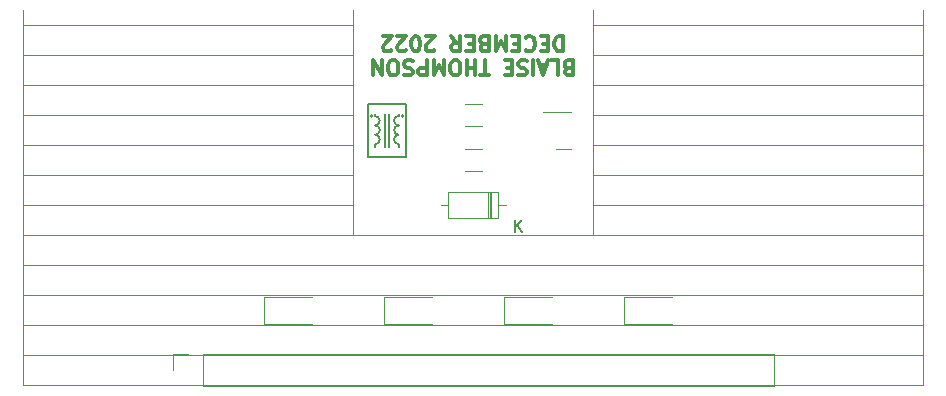
<source format=gbr>
From 21cf644a1123a6d4f2f9a294a118be31595e6011 Mon Sep 17 00:00:00 2001
From: Blaise Thompson <blaise@untzag.com>
Date: Mon, 28 Nov 2022 20:48:27 -0600
Subject: as ordered

---
 base/gerber/base-F_Silkscreen.gbr | 535 ++++++++++++++++++++++++++++++++++++++
 1 file changed, 535 insertions(+)
 create mode 100644 base/gerber/base-F_Silkscreen.gbr

(limited to 'base/gerber/base-F_Silkscreen.gbr')

diff --git a/base/gerber/base-F_Silkscreen.gbr b/base/gerber/base-F_Silkscreen.gbr
new file mode 100644
index 0000000..c7f8869
--- /dev/null
+++ b/base/gerber/base-F_Silkscreen.gbr
@@ -0,0 +1,535 @@
+%TF.GenerationSoftware,KiCad,Pcbnew,6.0.9+dfsg-1*%
+%TF.CreationDate,2022-11-28T19:22:20-06:00*%
+%TF.ProjectId,base,62617365-2e6b-4696-9361-645f70636258,A*%
+%TF.SameCoordinates,Original*%
+%TF.FileFunction,Legend,Top*%
+%TF.FilePolarity,Positive*%
+%FSLAX46Y46*%
+G04 Gerber Fmt 4.6, Leading zero omitted, Abs format (unit mm)*
+G04 Created by KiCad (PCBNEW 6.0.9+dfsg-1) date 2022-11-28 19:22:20*
+%MOMM*%
+%LPD*%
+G01*
+G04 APERTURE LIST*
+%ADD10C,0.120000*%
+%ADD11C,0.317500*%
+%ADD12C,0.150000*%
+G04 APERTURE END LIST*
+D10*
+X88900000Y-67310000D02*
+X116840000Y-67310000D01*
+X88900000Y-64770000D02*
+X116840000Y-64770000D01*
+X165100000Y-67310000D02*
+X137160000Y-67310000D01*
+X165100000Y-64770000D02*
+X165100000Y-67310000D01*
+X137160000Y-64770000D02*
+X165100000Y-64770000D01*
+X116840000Y-64770000D02*
+X116840000Y-69850000D01*
+X137160000Y-57150000D02*
+X137160000Y-69850000D01*
+X165100000Y-59690000D02*
+X137160000Y-59690000D01*
+X165100000Y-82550000D02*
+X165100000Y-50800000D01*
+X88900000Y-62230000D02*
+X116840000Y-62230000D01*
+X88900000Y-57150000D02*
+X116840000Y-57150000D01*
+X88900000Y-52070000D02*
+X116840000Y-52070000D01*
+X165100000Y-54610000D02*
+X137160000Y-54610000D01*
+X88900000Y-59690000D02*
+X116840000Y-59690000D01*
+X165100000Y-74930000D02*
+X88900000Y-74930000D01*
+X137160000Y-57150000D02*
+X137160000Y-50800000D01*
+X165100000Y-52070000D02*
+X137160000Y-52070000D01*
+X165100000Y-62230000D02*
+X137160000Y-62230000D01*
+X88900000Y-82550000D02*
+X165100000Y-82550000D01*
+X88900000Y-54610000D02*
+X116840000Y-54610000D01*
+X165100000Y-69850000D02*
+X88900000Y-69850000D01*
+X165100000Y-72390000D02*
+X88900000Y-72390000D01*
+X116840000Y-57150000D02*
+X116840000Y-50800000D01*
+X116840000Y-57150000D02*
+X116840000Y-64770000D01*
+X165100000Y-77470000D02*
+X88900000Y-77470000D01*
+X165100000Y-80010000D02*
+X88900000Y-80010000D01*
+X165100000Y-57150000D02*
+X137160000Y-57150000D01*
+X88900000Y-82550000D02*
+X88900000Y-50800000D01*
+D11*
+X135043333Y-55723064D02*
+X134861904Y-55662588D01*
+X134801428Y-55602111D01*
+X134740952Y-55481159D01*
+X134740952Y-55299730D01*
+X134801428Y-55178778D01*
+X134861904Y-55118302D01*
+X134982857Y-55057826D01*
+X135466666Y-55057826D01*
+X135466666Y-56327826D01*
+X135043333Y-56327826D01*
+X134922380Y-56267350D01*
+X134861904Y-56206873D01*
+X134801428Y-56085921D01*
+X134801428Y-55964969D01*
+X134861904Y-55844016D01*
+X134922380Y-55783540D01*
+X135043333Y-55723064D01*
+X135466666Y-55723064D01*
+X133591904Y-55057826D02*
+X134196666Y-55057826D01*
+X134196666Y-56327826D01*
+X133229047Y-55420683D02*
+X132624285Y-55420683D01*
+X133350000Y-55057826D02*
+X132926666Y-56327826D01*
+X132503333Y-55057826D01*
+X132080000Y-55057826D02*
+X132080000Y-56327826D01*
+X131535714Y-55118302D02*
+X131354285Y-55057826D01*
+X131051904Y-55057826D01*
+X130930952Y-55118302D01*
+X130870476Y-55178778D01*
+X130810000Y-55299730D01*
+X130810000Y-55420683D01*
+X130870476Y-55541635D01*
+X130930952Y-55602111D01*
+X131051904Y-55662588D01*
+X131293809Y-55723064D01*
+X131414761Y-55783540D01*
+X131475238Y-55844016D01*
+X131535714Y-55964969D01*
+X131535714Y-56085921D01*
+X131475238Y-56206873D01*
+X131414761Y-56267350D01*
+X131293809Y-56327826D01*
+X130991428Y-56327826D01*
+X130810000Y-56267350D01*
+X130265714Y-55723064D02*
+X129842380Y-55723064D01*
+X129660952Y-55057826D02*
+X130265714Y-55057826D01*
+X130265714Y-56327826D01*
+X129660952Y-56327826D01*
+X128330476Y-56327826D02*
+X127604761Y-56327826D01*
+X127967619Y-55057826D02*
+X127967619Y-56327826D01*
+X127181428Y-55057826D02*
+X127181428Y-56327826D01*
+X127181428Y-55723064D02*
+X126455714Y-55723064D01*
+X126455714Y-55057826D02*
+X126455714Y-56327826D01*
+X125609047Y-56327826D02*
+X125367142Y-56327826D01*
+X125246190Y-56267350D01*
+X125125238Y-56146397D01*
+X125064761Y-55904492D01*
+X125064761Y-55481159D01*
+X125125238Y-55239254D01*
+X125246190Y-55118302D01*
+X125367142Y-55057826D01*
+X125609047Y-55057826D01*
+X125730000Y-55118302D01*
+X125850952Y-55239254D01*
+X125911428Y-55481159D01*
+X125911428Y-55904492D01*
+X125850952Y-56146397D01*
+X125730000Y-56267350D01*
+X125609047Y-56327826D01*
+X124520476Y-55057826D02*
+X124520476Y-56327826D01*
+X124097142Y-55420683D01*
+X123673809Y-56327826D01*
+X123673809Y-55057826D01*
+X123069047Y-55057826D02*
+X123069047Y-56327826D01*
+X122585238Y-56327826D01*
+X122464285Y-56267350D01*
+X122403809Y-56206873D01*
+X122343333Y-56085921D01*
+X122343333Y-55904492D01*
+X122403809Y-55783540D01*
+X122464285Y-55723064D01*
+X122585238Y-55662588D01*
+X123069047Y-55662588D01*
+X121859523Y-55118302D02*
+X121678095Y-55057826D01*
+X121375714Y-55057826D01*
+X121254761Y-55118302D01*
+X121194285Y-55178778D01*
+X121133809Y-55299730D01*
+X121133809Y-55420683D01*
+X121194285Y-55541635D01*
+X121254761Y-55602111D01*
+X121375714Y-55662588D01*
+X121617619Y-55723064D01*
+X121738571Y-55783540D01*
+X121799047Y-55844016D01*
+X121859523Y-55964969D01*
+X121859523Y-56085921D01*
+X121799047Y-56206873D01*
+X121738571Y-56267350D01*
+X121617619Y-56327826D01*
+X121315238Y-56327826D01*
+X121133809Y-56267350D01*
+X120347619Y-56327826D02*
+X120105714Y-56327826D01*
+X119984761Y-56267350D01*
+X119863809Y-56146397D01*
+X119803333Y-55904492D01*
+X119803333Y-55481159D01*
+X119863809Y-55239254D01*
+X119984761Y-55118302D01*
+X120105714Y-55057826D01*
+X120347619Y-55057826D01*
+X120468571Y-55118302D01*
+X120589523Y-55239254D01*
+X120650000Y-55481159D01*
+X120650000Y-55904492D01*
+X120589523Y-56146397D01*
+X120468571Y-56267350D01*
+X120347619Y-56327826D01*
+X119259047Y-55057826D02*
+X119259047Y-56327826D01*
+X118533333Y-55057826D01*
+X118533333Y-56327826D01*
+X134589761Y-53013126D02*
+X134589761Y-54283126D01*
+X134287380Y-54283126D01*
+X134105952Y-54222650D01*
+X133985000Y-54101697D01*
+X133924523Y-53980745D01*
+X133864047Y-53738840D01*
+X133864047Y-53557411D01*
+X133924523Y-53315507D01*
+X133985000Y-53194554D01*
+X134105952Y-53073602D01*
+X134287380Y-53013126D01*
+X134589761Y-53013126D01*
+X133319761Y-53678364D02*
+X132896428Y-53678364D01*
+X132715000Y-53013126D02*
+X133319761Y-53013126D01*
+X133319761Y-54283126D01*
+X132715000Y-54283126D01*
+X131445000Y-53134078D02*
+X131505476Y-53073602D01*
+X131686904Y-53013126D01*
+X131807857Y-53013126D01*
+X131989285Y-53073602D01*
+X132110238Y-53194554D01*
+X132170714Y-53315507D01*
+X132231190Y-53557411D01*
+X132231190Y-53738840D01*
+X132170714Y-53980745D01*
+X132110238Y-54101697D01*
+X131989285Y-54222650D01*
+X131807857Y-54283126D01*
+X131686904Y-54283126D01*
+X131505476Y-54222650D01*
+X131445000Y-54162173D01*
+X130900714Y-53678364D02*
+X130477380Y-53678364D01*
+X130295952Y-53013126D02*
+X130900714Y-53013126D01*
+X130900714Y-54283126D01*
+X130295952Y-54283126D01*
+X129751666Y-53013126D02*
+X129751666Y-54283126D01*
+X129328333Y-53375983D01*
+X128905000Y-54283126D01*
+X128905000Y-53013126D01*
+X127876904Y-53678364D02*
+X127695476Y-53617888D01*
+X127635000Y-53557411D01*
+X127574523Y-53436459D01*
+X127574523Y-53255030D01*
+X127635000Y-53134078D01*
+X127695476Y-53073602D01*
+X127816428Y-53013126D01*
+X128300238Y-53013126D01*
+X128300238Y-54283126D01*
+X127876904Y-54283126D01*
+X127755952Y-54222650D01*
+X127695476Y-54162173D01*
+X127635000Y-54041221D01*
+X127635000Y-53920269D01*
+X127695476Y-53799316D01*
+X127755952Y-53738840D01*
+X127876904Y-53678364D01*
+X128300238Y-53678364D01*
+X127030238Y-53678364D02*
+X126606904Y-53678364D01*
+X126425476Y-53013126D02*
+X127030238Y-53013126D01*
+X127030238Y-54283126D01*
+X126425476Y-54283126D01*
+X125155476Y-53013126D02*
+X125578809Y-53617888D01*
+X125881190Y-53013126D02*
+X125881190Y-54283126D01*
+X125397380Y-54283126D01*
+X125276428Y-54222650D01*
+X125215952Y-54162173D01*
+X125155476Y-54041221D01*
+X125155476Y-53859792D01*
+X125215952Y-53738840D01*
+X125276428Y-53678364D01*
+X125397380Y-53617888D01*
+X125881190Y-53617888D01*
+X123704047Y-54162173D02*
+X123643571Y-54222650D01*
+X123522619Y-54283126D01*
+X123220238Y-54283126D01*
+X123099285Y-54222650D01*
+X123038809Y-54162173D01*
+X122978333Y-54041221D01*
+X122978333Y-53920269D01*
+X123038809Y-53738840D01*
+X123764523Y-53013126D01*
+X122978333Y-53013126D01*
+X122192142Y-54283126D02*
+X122071190Y-54283126D01*
+X121950238Y-54222650D01*
+X121889761Y-54162173D01*
+X121829285Y-54041221D01*
+X121768809Y-53799316D01*
+X121768809Y-53496935D01*
+X121829285Y-53255030D01*
+X121889761Y-53134078D01*
+X121950238Y-53073602D01*
+X122071190Y-53013126D01*
+X122192142Y-53013126D01*
+X122313095Y-53073602D01*
+X122373571Y-53134078D01*
+X122434047Y-53255030D01*
+X122494523Y-53496935D01*
+X122494523Y-53799316D01*
+X122434047Y-54041221D01*
+X122373571Y-54162173D01*
+X122313095Y-54222650D01*
+X122192142Y-54283126D01*
+X121285000Y-54162173D02*
+X121224523Y-54222650D01*
+X121103571Y-54283126D01*
+X120801190Y-54283126D01*
+X120680238Y-54222650D01*
+X120619761Y-54162173D01*
+X120559285Y-54041221D01*
+X120559285Y-53920269D01*
+X120619761Y-53738840D01*
+X121345476Y-53013126D01*
+X120559285Y-53013126D01*
+X120075476Y-54162173D02*
+X120015000Y-54222650D01*
+X119894047Y-54283126D01*
+X119591666Y-54283126D01*
+X119470714Y-54222650D01*
+X119410238Y-54162173D01*
+X119349761Y-54041221D01*
+X119349761Y-53920269D01*
+X119410238Y-53738840D01*
+X120135952Y-53013126D01*
+X119349761Y-53013126D01*
+D12*
+%TO.C,D5*%
+X130548095Y-69562380D02*
+X130548095Y-68562380D01*
+X131119523Y-69562380D02*
+X130690952Y-68990952D01*
+X131119523Y-68562380D02*
+X130548095Y-69133809D01*
+D10*
+%TO.C,D4*%
+X139780000Y-77335000D02*
+X143840000Y-77335000D01*
+X139780000Y-75065000D02*
+X139780000Y-77335000D01*
+X143840000Y-75065000D02*
+X139780000Y-75065000D01*
+%TO.C,D3*%
+X129620000Y-77335000D02*
+X133680000Y-77335000D01*
+X129620000Y-75065000D02*
+X129620000Y-77335000D01*
+X133680000Y-75065000D02*
+X129620000Y-75065000D01*
+%TO.C,D2*%
+X119460000Y-77335000D02*
+X123520000Y-77335000D01*
+X119460000Y-75065000D02*
+X119460000Y-77335000D01*
+X123520000Y-75065000D02*
+X119460000Y-75065000D01*
+%TO.C,D1*%
+X109300000Y-77335000D02*
+X113360000Y-77335000D01*
+X109300000Y-75065000D02*
+X109300000Y-77335000D01*
+X113360000Y-75065000D02*
+X109300000Y-75065000D01*
+%TO.C,D5*%
+X124880000Y-68430000D02*
+X129120000Y-68430000D01*
+X128400000Y-68430000D02*
+X128400000Y-66190000D01*
+X128520000Y-68430000D02*
+X128520000Y-66190000D01*
+X124880000Y-66190000D02*
+X124880000Y-68430000D01*
+X128280000Y-68430000D02*
+X128280000Y-66190000D01*
+X129770000Y-67310000D02*
+X129120000Y-67310000D01*
+X129120000Y-68430000D02*
+X129120000Y-66190000D01*
+X129120000Y-66190000D02*
+X124880000Y-66190000D01*
+X124230000Y-67310000D02*
+X124880000Y-67310000D01*
+%TO.C,C1*%
+X126288748Y-64410000D02*
+X127711252Y-64410000D01*
+X126288748Y-62590000D02*
+X127711252Y-62590000D01*
+%TO.C,J1*%
+X152460000Y-82610000D02*
+X152460000Y-79950000D01*
+X101540000Y-81280000D02*
+X101540000Y-79950000D01*
+X101540000Y-79950000D02*
+X102870000Y-79950000D01*
+X104140000Y-79950000D02*
+X152460000Y-79950000D01*
+X104140000Y-82610000D02*
+X152460000Y-82610000D01*
+X104140000Y-82610000D02*
+X104140000Y-79950000D01*
+%TO.C,R1*%
+X126272936Y-58780000D02*
+X127727064Y-58780000D01*
+X126272936Y-60600000D02*
+X127727064Y-60600000D01*
+D12*
+%TO.C,L1*%
+X120688750Y-62160000D02*
+X120688750Y-62360000D01*
+X118688750Y-59760000D02*
+X118688750Y-59560000D01*
+X118688750Y-62160000D02*
+X118688750Y-62360000D01*
+X121288750Y-58710000D02*
+X121288750Y-63210000D01*
+X121288750Y-63210000D02*
+X118088750Y-63210000D01*
+X119888750Y-62360000D02*
+X119888750Y-59560000D01*
+X120688750Y-59760000D02*
+X120688750Y-59560000D01*
+X118088750Y-63210000D02*
+X118088750Y-58710000D01*
+X119488750Y-59560000D02*
+X119488750Y-62360000D01*
+X118088750Y-58710000D02*
+X121288750Y-58710000D01*
+X120288750Y-60960000D02*
+G75*
+G03*
+X120688750Y-61360000I399999J-1D01*
+G01*
+X120688750Y-60560000D02*
+G75*
+G03*
+X120288750Y-60960000I-1J-399999D01*
+G01*
+X119088750Y-60160000D02*
+G75*
+G03*
+X118688750Y-59760000I-399999J1D01*
+G01*
+X120288750Y-61760000D02*
+G75*
+G03*
+X120688750Y-62160000I400000J0D01*
+G01*
+X120288750Y-60160000D02*
+G75*
+G03*
+X120688750Y-60560000I399999J-1D01*
+G01*
+X118688750Y-61360000D02*
+G75*
+G03*
+X119088750Y-60960000I0J400000D01*
+G01*
+X118688750Y-60560000D02*
+G75*
+G03*
+X119088750Y-60160000I1J399999D01*
+G01*
+X120688750Y-61360000D02*
+G75*
+G03*
+X120288750Y-61760000I0J-400000D01*
+G01*
+X119088750Y-61760000D02*
+G75*
+G03*
+X118688750Y-61360000I-400000J0D01*
+G01*
+X120688750Y-59760000D02*
+G75*
+G03*
+X120288750Y-60160000I-1J-399999D01*
+G01*
+X119088750Y-60960000D02*
+G75*
+G03*
+X118688750Y-60560000I-399999J1D01*
+G01*
+X118688750Y-62160000D02*
+G75*
+G03*
+X119088750Y-61760000I0J400000D01*
+G01*
+X121088750Y-59760000D02*
+G75*
+G03*
+X121088750Y-59760000I-100000J0D01*
+G01*
+X118488750Y-59760000D02*
+G75*
+G03*
+X118488750Y-59760000I-100000J0D01*
+G01*
+D10*
+%TO.C,Q1*%
+X134620000Y-59400000D02*
+X135270000Y-59400000D01*
+X134620000Y-62520000D02*
+X133970000Y-62520000D01*
+X134620000Y-62520000D02*
+X135270000Y-62520000D01*
+X134620000Y-59400000D02*
+X132945000Y-59400000D01*
+%TD*%
+M02*
-- 
cgit v1.2.3


</source>
